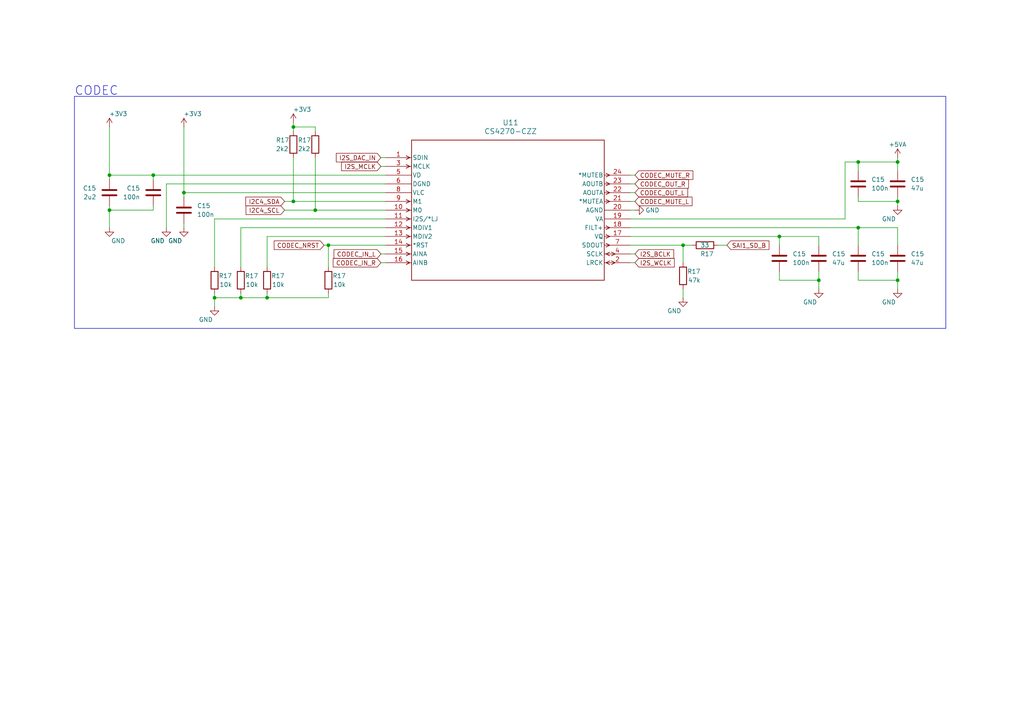
<source format=kicad_sch>
(kicad_sch (version 20230121) (generator eeschema)
  (paper "A4")
  (lib_symbols
    (symbol "Device:C" (pin_numbers hide) (pin_names (offset 0.254))
      (property "Reference" "C" (at 0.635 2.54 0))
      (property "Value" "C" (at 0.635 -2.54 0))
      (symbol "C_0_1"
        (polyline (pts (xy -2.032 -0.762) (xy 2.032 -0.762)) (stroke (width 0.508)))
        (polyline (pts (xy -2.032 0.762) (xy 2.032 0.762)) (stroke (width 0.508)))
      )
      (symbol "C_1_1"
        (pin passive line (at 0 3.81 270) (length 2.794) (name "~") (number "1"))
        (pin passive line (at 0 -3.81 90) (length 2.794) (name "~") (number "2"))
      )
    )
    (symbol "Device:R" (pin_numbers hide) (pin_names (offset 0))
      (property "Reference" "R" (at 2.032 0 90))
      (property "Value" "R" (at 0 0 90))
      (symbol "R_0_1"
        (rectangle (start -1.016 -2.54) (end 1.016 2.54) (stroke (width 0.254)))
      )
      (symbol "R_1_1"
        (pin passive line (at 0 3.81 270) (length 1.27) (name "~") (number "1"))
        (pin passive line (at 0 -3.81 90) (length 1.27) (name "~") (number "2"))
      )
    )
    (symbol "codec-cs4270:CS4270-CZZ" (pin_names (offset 0.254))
      (property "Reference" "U" (at 35.56 10.16 0))
      (property "Value" "CS4270-CZZ" (at 35.56 7.62 0))
      (symbol "CS4270-CZZ_0_1"
        (polyline (pts (xy 7.0993 -30.48) (xy 6.0579 -31.0007)) (stroke (width 0.2032)))
        (polyline (pts (xy 7.0993 -30.48) (xy 6.0579 -29.9593)) (stroke (width 0.2032)))
        (polyline (pts (xy 7.0993 -27.94) (xy 6.0579 -28.4607)) (stroke (width 0.2032)))
        (polyline (pts (xy 7.0993 -27.94) (xy 6.0579 -27.4193)) (stroke (width 0.2032)))
        (polyline (pts (xy 7.0993 -25.4) (xy 6.0579 -25.9207)) (stroke (width 0.2032)))
        (polyline (pts (xy 7.0993 -25.4) (xy 6.0579 -24.8793)) (stroke (width 0.2032)))
        (polyline (pts (xy 7.0993 -22.86) (xy 6.0579 -23.3807)) (stroke (width 0.2032)))
        (polyline (pts (xy 7.0993 -22.86) (xy 6.0579 -22.3393)) (stroke (width 0.2032)))
        (polyline (pts (xy 7.0993 -20.32) (xy 6.0579 -20.8407)) (stroke (width 0.2032)))
        (polyline (pts (xy 7.0993 -20.32) (xy 6.0579 -19.7993)) (stroke (width 0.2032)))
        (polyline (pts (xy 7.0993 -17.78) (xy 6.0579 -18.3007)) (stroke (width 0.2032)))
        (polyline (pts (xy 7.0993 -17.78) (xy 6.0579 -17.2593)) (stroke (width 0.2032)))
        (polyline (pts (xy 7.0993 -15.24) (xy 6.0579 -15.7607)) (stroke (width 0.2032)))
        (polyline (pts (xy 7.0993 -15.24) (xy 6.0579 -14.7193)) (stroke (width 0.2032)))
        (polyline (pts (xy 7.0993 -12.7) (xy 6.0579 -13.2207)) (stroke (width 0.2032)))
        (polyline (pts (xy 7.0993 -12.7) (xy 6.0579 -12.1793)) (stroke (width 0.2032)))
        (polyline (pts (xy 7.0993 -2.54) (xy 6.0579 -3.0607)) (stroke (width 0.2032)))
        (polyline (pts (xy 7.0993 -2.54) (xy 6.0579 -2.0193)) (stroke (width 0.2032)))
        (polyline (pts (xy 7.0993 0) (xy 6.0579 -0.5207)) (stroke (width 0.2032)))
        (polyline (pts (xy 7.0993 0) (xy 6.0579 0.5207)) (stroke (width 0.2032)))
        (polyline (pts (xy 7.62 -35.56) (xy 63.5 -35.56)) (stroke (width 0.2032)))
        (polyline (pts (xy 7.62 5.08) (xy 7.62 -35.56)) (stroke (width 0.2032)))
        (polyline (pts (xy 63.5 -35.56) (xy 63.5 5.08)) (stroke (width 0.2032)))
        (polyline (pts (xy 63.5 5.08) (xy 7.62 5.08)) (stroke (width 0.2032)))
        (polyline (pts (xy 64.0207 -30.48) (xy 65.0621 -31.0007)) (stroke (width 0.2032)))
        (polyline (pts (xy 64.0207 -30.48) (xy 65.0621 -29.9593)) (stroke (width 0.2032)))
        (polyline (pts (xy 64.0207 -27.94) (xy 65.0621 -28.4607)) (stroke (width 0.2032)))
        (polyline (pts (xy 64.0207 -27.94) (xy 65.0621 -27.4193)) (stroke (width 0.2032)))
        (polyline (pts (xy 64.0207 -25.9207) (xy 65.0621 -25.4)) (stroke (width 0.2032)))
        (polyline (pts (xy 64.0207 -24.8793) (xy 65.0621 -25.4)) (stroke (width 0.2032)))
        (polyline (pts (xy 64.0207 -23.3807) (xy 65.0621 -22.86)) (stroke (width 0.2032)))
        (polyline (pts (xy 64.0207 -22.3393) (xy 65.0621 -22.86)) (stroke (width 0.2032)))
        (polyline (pts (xy 64.0207 -20.8407) (xy 65.0621 -20.32)) (stroke (width 0.2032)))
        (polyline (pts (xy 64.0207 -19.7993) (xy 65.0621 -20.32)) (stroke (width 0.2032)))
        (polyline (pts (xy 64.0207 -13.2207) (xy 65.0621 -12.7)) (stroke (width 0.2032)))
        (polyline (pts (xy 64.0207 -12.1793) (xy 65.0621 -12.7)) (stroke (width 0.2032)))
        (polyline (pts (xy 64.0207 -10.6807) (xy 65.0621 -10.16)) (stroke (width 0.2032)))
        (polyline (pts (xy 64.0207 -9.6393) (xy 65.0621 -10.16)) (stroke (width 0.2032)))
        (polyline (pts (xy 64.0207 -8.1407) (xy 65.0621 -7.62)) (stroke (width 0.2032)))
        (polyline (pts (xy 64.0207 -7.0993) (xy 65.0621 -7.62)) (stroke (width 0.2032)))
        (polyline (pts (xy 64.0207 -5.6007) (xy 65.0621 -5.08)) (stroke (width 0.2032)))
        (polyline (pts (xy 64.0207 -4.5593) (xy 65.0621 -5.08)) (stroke (width 0.2032)))
        (polyline (pts (xy 65.5828 -31.0007) (xy 66.6242 -30.48)) (stroke (width 0.2032)))
        (polyline (pts (xy 65.5828 -29.9593) (xy 66.6242 -30.48)) (stroke (width 0.2032)))
        (polyline (pts (xy 65.5828 -28.4607) (xy 66.6242 -27.94)) (stroke (width 0.2032)))
        (polyline (pts (xy 65.5828 -27.4193) (xy 66.6242 -27.94)) (stroke (width 0.2032)))
        (pin input line (at 0 0 0) (length 7.62) (name "SDIN") (number "1"))
        (pin input line (at 0 -15.24 0) (length 7.62) (name "M0") (number "10"))
        (pin input line (at 0 -17.78 0) (length 7.62) (name "I2S/*LJ") (number "11"))
        (pin input line (at 0 -20.32 0) (length 7.62) (name "MDIV1") (number "12"))
        (pin input line (at 0 -22.86 0) (length 7.62) (name "MDIV2") (number "13"))
        (pin input line (at 0 -25.4 0) (length 7.62) (name "*RST") (number "14"))
        (pin input line (at 0 -27.94 0) (length 7.62) (name "AINA") (number "15"))
        (pin input line (at 0 -30.48 0) (length 7.62) (name "AINB") (number "16"))
        (pin output line (at 71.12 -22.86 180) (length 7.62) (name "VQ") (number "17"))
        (pin output line (at 71.12 -20.32 180) (length 7.62) (name "FILT+") (number "18"))
        (pin power_in line (at 71.12 -17.78 180) (length 7.62) (name "VA") (number "19"))
        (pin bidirectional line (at 71.12 -30.48 180) (length 7.62) (name "LRCK") (number "2"))
        (pin power_in line (at 71.12 -15.24 180) (length 7.62) (name "AGND") (number "20"))
        (pin output line (at 71.12 -12.7 180) (length 7.62) (name "*MUTEA") (number "21"))
        (pin output line (at 71.12 -10.16 180) (length 7.62) (name "AOUTA") (number "22"))
        (pin output line (at 71.12 -7.62 180) (length 7.62) (name "AOUTB") (number "23"))
        (pin output line (at 71.12 -5.08 180) (length 7.62) (name "*MUTEB") (number "24"))
        (pin input line (at 0 -2.54 0) (length 7.62) (name "MCLK") (number "3"))
        (pin bidirectional line (at 71.12 -27.94 180) (length 7.62) (name "SCLK") (number "4"))
        (pin power_in line (at 0 -5.08 0) (length 7.62) (name "VD") (number "5"))
        (pin power_in line (at 0 -7.62 0) (length 7.62) (name "DGND") (number "6"))
        (pin output line (at 71.12 -25.4 180) (length 7.62) (name "SDOUT") (number "7"))
        (pin power_in line (at 0 -10.16 0) (length 7.62) (name "VLC") (number "8"))
        (pin input line (at 0 -12.7 0) (length 7.62) (name "M1") (number "9"))
      )
    )
    (symbol "power:+3V3" (power) (pin_names (offset 0))
      (property "Value" "+3V3" (at 0 3.556 0))
      (symbol "+3V3_0_1"
        (polyline (pts (xy -0.762 1.27) (xy 0 2.54)))
        (polyline (pts (xy 0 0) (xy 0 2.54)))
        (polyline (pts (xy 0 2.54) (xy 0.762 1.27)))
      )
      (symbol "+3V3_1_1"
        (pin power_in line (at 0 0 90) (length 0) hide (name "+3V3") (number "1"))
      )
    )
    (symbol "power:+5VA" (power) (pin_names (offset 0))
      (property "Value" "+5VA" (at 0 3.556 0))
      (symbol "+5VA_0_1"
        (polyline (pts (xy -0.762 1.27) (xy 0 2.54)))
        (polyline (pts (xy 0 0) (xy 0 2.54)))
        (polyline (pts (xy 0 2.54) (xy 0.762 1.27)))
      )
      (symbol "+5VA_1_1"
        (pin power_in line (at 0 0 90) (length 0) hide (name "+5VA") (number "1"))
      )
    )
    (symbol "power:GND" (power) (pin_names (offset 0))
      (property "Value" "GND" (at 0 -3.81 0))
      (symbol "GND_0_1"
        (polyline (pts (xy 0 0) (xy 0 -1.27) (xy 1.27 -1.27) (xy 0 -2.54) (xy -1.27 -1.27) (xy 0 -1.27)))
      )
      (symbol "GND_1_1"
        (pin power_in line (at 0 0 270) (length 0) hide (name "GND") (number "1"))
      )
    )
  )
  (junction (at 198.12 71.12))
  (junction (at 31.75 60.96))
  (junction (at 260.35 58.42))
  (junction (at 85.09 58.42))
  (junction (at 53.34 55.88))
  (junction (at 95.25 71.12))
  (junction (at 77.47 86.36))
  (junction (at 248.92 66.04))
  (junction (at 260.35 81.28))
  (junction (at 91.44 60.96))
  (junction (at 226.06 68.58))
  (junction (at 85.09 36.83))
  (junction (at 31.75 50.8))
  (junction (at 237.49 81.28))
  (junction (at 69.85 86.36))
  (junction (at 260.35 46.99))
  (junction (at 248.92 46.99))
  (junction (at 44.45 50.8))
  (junction (at 62.23 86.36))
  (wire (pts (xy 85.09 58.42) (xy 111.76 58.42)))
  (wire (pts (xy 48.26 53.34) (xy 48.26 66.04)))
  (wire (pts (xy 69.85 86.36) (xy 77.47 86.36)))
  (wire (pts (xy 62.23 63.5) (xy 62.23 77.47)))
  (wire (pts (xy 69.85 85.09) (xy 69.85 86.36)))
  (wire (pts (xy 31.75 36.83) (xy 31.75 50.8)))
  (wire (pts (xy 85.09 36.83) (xy 85.09 38.1)))
  (wire (pts (xy 210.82 71.12) (xy 208.28 71.12)))
  (wire (pts (xy 248.92 81.28) (xy 260.35 81.28)))
  (wire (pts (xy 184.15 58.42) (xy 182.88 58.42)))
  (wire (pts (xy 44.45 50.8) (xy 44.45 52.07)))
  (wire (pts (xy 248.92 58.42) (xy 260.35 58.42)))
  (wire (pts (xy 260.35 58.42) (xy 260.35 59.69)))
  (wire (pts (xy 95.25 85.09) (xy 95.25 86.36)))
  (wire (pts (xy 110.49 76.2) (xy 111.76 76.2)))
  (wire (pts (xy 62.23 85.09) (xy 62.23 86.36)))
  (wire (pts (xy 31.75 59.69) (xy 31.75 60.96)))
  (wire (pts (xy 248.92 57.15) (xy 248.92 58.42)))
  (wire (pts (xy 248.92 46.99) (xy 248.92 49.53)))
  (wire (pts (xy 260.35 45.72) (xy 260.35 46.99)))
  (wire (pts (xy 245.11 63.5) (xy 245.11 46.99)))
  (wire (pts (xy 62.23 86.36) (xy 62.23 88.9)))
  (wire (pts (xy 198.12 71.12) (xy 198.12 76.2)))
  (wire (pts (xy 111.76 50.8) (xy 44.45 50.8)))
  (wire (pts (xy 111.76 53.34) (xy 48.26 53.34)))
  (wire (pts (xy 93.98 71.12) (xy 95.25 71.12)))
  (wire (pts (xy 198.12 83.82) (xy 198.12 86.36)))
  (wire (pts (xy 184.15 76.2) (xy 182.88 76.2)))
  (wire (pts (xy 44.45 50.8) (xy 31.75 50.8)))
  (wire (pts (xy 53.34 55.88) (xy 53.34 57.15)))
  (wire (pts (xy 85.09 45.72) (xy 85.09 58.42)))
  (wire (pts (xy 248.92 66.04) (xy 248.92 71.12)))
  (wire (pts (xy 245.11 46.99) (xy 248.92 46.99)))
  (wire (pts (xy 248.92 78.74) (xy 248.92 81.28)))
  (wire (pts (xy 226.06 68.58) (xy 237.49 68.58)))
  (wire (pts (xy 237.49 68.58) (xy 237.49 71.12)))
  (wire (pts (xy 82.55 58.42) (xy 85.09 58.42)))
  (wire (pts (xy 260.35 57.15) (xy 260.35 58.42)))
  (wire (pts (xy 184.15 50.8) (xy 182.88 50.8)))
  (wire (pts (xy 237.49 81.28) (xy 237.49 83.82)))
  (wire (pts (xy 31.75 60.96) (xy 44.45 60.96)))
  (wire (pts (xy 182.88 63.5) (xy 245.11 63.5)))
  (wire (pts (xy 111.76 68.58) (xy 77.47 68.58)))
  (wire (pts (xy 226.06 68.58) (xy 226.06 71.12)))
  (wire (pts (xy 184.15 55.88) (xy 182.88 55.88)))
  (wire (pts (xy 77.47 85.09) (xy 77.47 86.36)))
  (wire (pts (xy 44.45 59.69) (xy 44.45 60.96)))
  (wire (pts (xy 62.23 86.36) (xy 69.85 86.36)))
  (wire (pts (xy 53.34 36.83) (xy 53.34 55.88)))
  (wire (pts (xy 69.85 66.04) (xy 69.85 77.47)))
  (wire (pts (xy 110.49 48.26) (xy 111.76 48.26)))
  (wire (pts (xy 237.49 78.74) (xy 237.49 81.28)))
  (wire (pts (xy 184.15 73.66) (xy 182.88 73.66)))
  (wire (pts (xy 91.44 38.1) (xy 91.44 36.83)))
  (wire (pts (xy 53.34 55.88) (xy 111.76 55.88)))
  (wire (pts (xy 260.35 81.28) (xy 260.35 83.82)))
  (wire (pts (xy 248.92 66.04) (xy 260.35 66.04)))
  (wire (pts (xy 91.44 60.96) (xy 111.76 60.96)))
  (wire (pts (xy 260.35 46.99) (xy 260.35 49.53)))
  (wire (pts (xy 248.92 46.99) (xy 260.35 46.99)))
  (wire (pts (xy 111.76 66.04) (xy 69.85 66.04)))
  (wire (pts (xy 91.44 45.72) (xy 91.44 60.96)))
  (wire (pts (xy 198.12 71.12) (xy 182.88 71.12)))
  (wire (pts (xy 200.66 71.12) (xy 198.12 71.12)))
  (wire (pts (xy 77.47 86.36) (xy 95.25 86.36)))
  (wire (pts (xy 182.88 68.58) (xy 226.06 68.58)))
  (wire (pts (xy 110.49 45.72) (xy 111.76 45.72)))
  (wire (pts (xy 53.34 64.77) (xy 53.34 66.04)))
  (wire (pts (xy 182.88 66.04) (xy 248.92 66.04)))
  (wire (pts (xy 85.09 36.83) (xy 91.44 36.83)))
  (wire (pts (xy 111.76 63.5) (xy 62.23 63.5)))
  (wire (pts (xy 111.76 71.12) (xy 95.25 71.12)))
  (wire (pts (xy 110.49 73.66) (xy 111.76 73.66)))
  (wire (pts (xy 95.25 71.12) (xy 95.25 77.47)))
  (wire (pts (xy 184.15 53.34) (xy 182.88 53.34)))
  (wire (pts (xy 226.06 78.74) (xy 226.06 81.28)))
  (wire (pts (xy 82.55 60.96) (xy 91.44 60.96)))
  (wire (pts (xy 31.75 50.8) (xy 31.75 52.07)))
  (wire (pts (xy 184.15 60.96) (xy 182.88 60.96)))
  (wire (pts (xy 260.35 78.74) (xy 260.35 81.28)))
  (wire (pts (xy 260.35 66.04) (xy 260.35 71.12)))
  (wire (pts (xy 85.09 35.56) (xy 85.09 36.83)))
  (wire (pts (xy 31.75 60.96) (xy 31.75 66.04)))
  (wire (pts (xy 226.06 81.28) (xy 237.49 81.28)))
  (wire (pts (xy 77.47 68.58) (xy 77.47 77.47)))
  (rectangle (start 21.59 27.94) (end 274.32 95.25))
  (text "CODEC" (at 21.59 27.94 0) (effects (font (size 2.54 2.54)) (justify left bottom)))
  (global_label "I2C4_SDA" (shape input) (at 82.55 58.42 180) (property "Intersheetrefs" "${INTERSHEET_REFS}" (effects hide)))
  (global_label "I2C4_SCL" (shape input) (at 82.55 60.96 180) (property "Intersheetrefs" "${INTERSHEET_REFS}" (effects hide)))
  (global_label "SAI1_SD_B" (shape input) (at 210.82 71.12 0) (property "Intersheetrefs" "${INTERSHEET_REFS}" (effects hide)))
  (global_label "I2S_BCLK" (shape input) (at 184.15 73.66 0) (property "Intersheetrefs" "${INTERSHEET_REFS}" (effects hide)))
  (global_label "CODEC_NRST" (shape input) (at 93.98 71.12 180) (property "Intersheetrefs" "${INTERSHEET_REFS}" (effects hide)))
  (global_label "I2S_MCLK" (shape input) (at 110.49 48.26 180) (property "Intersheetrefs" "${INTERSHEET_REFS}" (effects hide)))
  (global_label "CODEC_IN_R" (shape input) (at 110.49 76.2 180) (property "Intersheetrefs" "${INTERSHEET_REFS}" (effects hide)))
  (global_label "I2S_DAC_IN" (shape input) (at 110.49 45.72 180) (property "Intersheetrefs" "${INTERSHEET_REFS}" (effects hide)))
  (global_label "CODEC_IN_L" (shape input) (at 110.49 73.66 180) (property "Intersheetrefs" "${INTERSHEET_REFS}" (effects hide)))
  (global_label "CODEC_MUTE_R" (shape input) (at 184.15 50.8 0) (property "Intersheetrefs" "${INTERSHEET_REFS}" (effects hide)))
  (global_label "CODEC_OUT_L" (shape input) (at 184.15 55.88 0) (property "Intersheetrefs" "${INTERSHEET_REFS}" (effects hide)))
  (global_label "CODEC_OUT_R" (shape input) (at 184.15 53.34 0) (property "Intersheetrefs" "${INTERSHEET_REFS}" (effects hide)))
  (global_label "CODEC_MUTE_L" (shape input) (at 184.15 58.42 0) (property "Intersheetrefs" "${INTERSHEET_REFS}" (effects hide)))
  (global_label "I2S_WCLK" (shape input) (at 184.15 76.2 0) (property "Intersheetrefs" "${INTERSHEET_REFS}" (effects hide)))
  (symbol (lib_id "power:+3V3") (at 85.09 35.56 0) (unit 1)
    (property "Reference" "#PWR08" (effects hide))
    (property "Value" "+3V3" (at 87.63 31.75 0))
    (instances (project "dsp-tb" (path "" (reference "#PWR08") (unit 1)) (path "" (reference "#PWR082") (unit 1))))
  )
  (symbol (lib_id "power:GND") (at 260.35 83.82 0) (unit 1)
    (property "Reference" "#PWR076" (effects hide))
    (property "Value" "GND" (at 257.81 87.63 0))
    (instances (project "dsp-tb" (path "" (reference "#PWR076") (unit 1)) (path "" (reference "#PWR086") (unit 1))))
  )
  (symbol (lib_id "power:GND") (at 198.12 86.36 0) (unit 1)
    (property "Reference" "#PWR076" (effects hide))
    (property "Value" "GND" (at 195.58 90.17 0))
    (instances (project "dsp-tb" (path "" (reference "#PWR076") (unit 1)) (path "" (reference "#PWR084") (unit 1))))
  )
  (symbol (lib_id "Device:R") (at 198.12 80.01 180) (unit 1)
    (property "Reference" "R17" (at 203.2 78.74 0) (effects (justify left)))
    (property "Value" "47k" (at 203.2 81.28 0) (effects (justify left)))
    (property "Footprint" "Resistor_SMD:R_0402_1005Metric" (effects hide))
    (instances (project "dsp-tb" (path "" (reference "R17") (unit 1)) (path "" (reference "R37") (unit 1)) (path "" (reference "R48") (unit 1))))
  )
  (symbol (lib_id "power:GND") (at 31.75 66.04 0) (unit 1)
    (property "Reference" "#PWR076" (effects hide))
    (property "Value" "GND" (at 34.29 69.85 0))
    (instances (project "dsp-tb" (path "" (reference "#PWR076") (unit 1)) (path "" (reference "#PWR078") (unit 1))))
  )
  (symbol (lib_id "Device:C") (at 53.34 60.96 0) (unit 1)
    (property "Reference" "C15" (at 57.15 59.69 0) (effects (justify left)))
    (property "Value" "100n" (at 57.15 62.23 0) (effects (justify left)))
    (property "Footprint" "Capacitor_SMD:C_0402_1005Metric" (effects hide))
    (instances (project "dsp-tb" (path "" (reference "C15") (unit 1)) (path "" (reference "C42") (unit 1)) (path "" (reference "C63") (unit 1)) (path "" (reference "C69") (unit 1))))
  )
  (symbol (lib_id "power:GND") (at 62.23 88.9 0) (unit 1)
    (property "Reference" "#PWR076" (effects hide))
    (property "Value" "GND" (at 59.69 92.71 0))
    (instances (project "dsp-tb" (path "" (reference "#PWR076") (unit 1)) (path "" (reference "#PWR083") (unit 1))))
  )
  (symbol (lib_id "Device:R") (at 69.85 81.28 180) (unit 1)
    (property "Reference" "R17" (at 74.93 80.01 0) (effects (justify left)))
    (property "Value" "10k" (at 74.93 82.55 0) (effects (justify left)))
    (property "Footprint" "Resistor_SMD:R_0402_1005Metric" (effects hide))
    (instances (project "dsp-tb" (path "" (reference "R17") (unit 1)) (path "" (reference "R37") (unit 1)) (path "" (reference "R45") (unit 1))))
  )
  (symbol (lib_id "Device:R") (at 204.47 71.12 90) (unit 1)
    (property "Reference" "R17" (at 207.01 73.66 90) (effects (justify left)))
    (property "Value" "33" (at 205.74 71.12 90) (effects (justify left)))
    (property "Footprint" "Resistor_SMD:R_0402_1005Metric" (effects hide))
    (instances (project "dsp-tb" (path "" (reference "R17") (unit 1)) (path "" (reference "R37") (unit 1)) (path "" (reference "R41") (unit 1))))
  )
  (symbol (lib_id "power:+5VA") (at 260.35 45.72 0) (unit 1)
    (property "Reference" "#PWR020" (effects hide))
    (property "Value" "+5VA" (at 260.35 41.91 0))
    (instances (project "dsp-tb" (path "" (reference "#PWR020") (unit 1)) (path "" (reference "#PWR088") (unit 1))))
  )
  (symbol (lib_id "Device:C") (at 44.45 55.88 0) (mirror y) (unit 1)
    (property "Reference" "C15" (at 40.64 54.61 0) (effects (justify left)))
    (property "Value" "100n" (at 40.64 57.15 0) (effects (justify left)))
    (property "Footprint" "Capacitor_SMD:C_0402_1005Metric" (effects hide))
    (instances (project "dsp-tb" (path "" (reference "C15") (unit 1)) (path "" (reference "C42") (unit 1)) (path "" (reference "C63") (unit 1)) (path "" (reference "C67") (unit 1))))
  )
  (symbol (lib_id "Device:C") (at 260.35 53.34 0) (unit 1)
    (property "Reference" "C15" (at 264.16 52.07 0) (effects (justify left)))
    (property "Value" "47u" (at 264.16 54.61 0) (effects (justify left)))
    (property "Footprint" "Capacitor_SMD:C_0402_1005Metric" (effects hide))
    (instances (project "dsp-tb" (path "" (reference "C15") (unit 1)) (path "" (reference "C42") (unit 1)) (path "" (reference "C63") (unit 1)) (path "" (reference "C75") (unit 1))))
  )
  (symbol (lib_id "power:GND") (at 237.49 83.82 0) (unit 1)
    (property "Reference" "#PWR076" (effects hide))
    (property "Value" "GND" (at 234.95 87.63 0))
    (instances (project "dsp-tb" (path "" (reference "#PWR076") (unit 1)) (path "" (reference "#PWR085") (unit 1))))
  )
  (symbol (lib_id "Device:R") (at 91.44 41.91 0) (mirror x) (unit 1)
    (property "Reference" "R17" (at 86.36 40.64 0) (effects (justify left)))
    (property "Value" "2k2" (at 86.36 43.18 0) (effects (justify left)))
    (property "Footprint" "Resistor_SMD:R_0402_1005Metric" (effects hide))
    (instances (project "dsp-tb" (path "" (reference "R17") (unit 1)) (path "" (reference "R37") (unit 1)) (path "" (reference "R43") (unit 1))))
  )
  (symbol (lib_id "power:GND") (at 260.35 59.69 0) (unit 1)
    (property "Reference" "#PWR076" (effects hide))
    (property "Value" "GND" (at 257.81 63.5 0))
    (instances (project "dsp-tb" (path "" (reference "#PWR076") (unit 1)) (path "" (reference "#PWR087") (unit 1))))
  )
  (symbol (lib_id "Device:C") (at 31.75 55.88 0) (mirror y) (unit 1)
    (property "Reference" "C15" (at 27.94 54.61 0) (effects (justify left)))
    (property "Value" "2u2" (at 27.94 57.15 0) (effects (justify left)))
    (property "Footprint" "Capacitor_SMD:C_0402_1005Metric" (effects hide))
    (instances (project "dsp-tb" (path "" (reference "C15") (unit 1)) (path "" (reference "C42") (unit 1)) (path "" (reference "C63") (unit 1)) (path "" (reference "C68") (unit 1))))
  )
  (symbol (lib_id "Device:R") (at 77.47 81.28 180) (unit 1)
    (property "Reference" "R17" (at 82.55 80.01 0) (effects (justify left)))
    (property "Value" "10k" (at 82.55 82.55 0) (effects (justify left)))
    (property "Footprint" "Resistor_SMD:R_0402_1005Metric" (effects hide))
    (instances (project "dsp-tb" (path "" (reference "R17") (unit 1)) (path "" (reference "R37") (unit 1)) (path "" (reference "R46") (unit 1))))
  )
  (symbol (lib_id "power:GND") (at 184.15 60.96 90) (unit 1)
    (property "Reference" "#PWR076" (effects hide))
    (property "Value" "GND" (at 189.23 60.96 90))
    (instances (project "dsp-tb" (path "" (reference "#PWR076") (unit 1)) (path "" (reference "#PWR089") (unit 1))))
  )
  (symbol (lib_id "power:+3V3") (at 31.75 36.83 0) (unit 1)
    (property "Reference" "#PWR08" (effects hide))
    (property "Value" "+3V3" (at 34.29 33.02 0))
    (instances (project "dsp-tb" (path "" (reference "#PWR08") (unit 1)) (path "" (reference "#PWR077") (unit 1))))
  )
  (symbol (lib_id "power:GND") (at 48.26 66.04 0) (unit 1)
    (property "Reference" "#PWR076" (effects hide))
    (property "Value" "GND" (at 45.72 69.85 0))
    (instances (project "dsp-tb" (path "" (reference "#PWR076") (unit 1)) (path "" (reference "#PWR079") (unit 1))))
  )
  (symbol (lib_id "Device:C") (at 248.92 74.93 0) (unit 1)
    (property "Reference" "C15" (at 252.73 73.66 0) (effects (justify left)))
    (property "Value" "100n" (at 252.73 76.2 0) (effects (justify left)))
    (property "Footprint" "Capacitor_SMD:C_0402_1005Metric" (effects hide))
    (instances (project "dsp-tb" (path "" (reference "C15") (unit 1)) (path "" (reference "C42") (unit 1)) (path "" (reference "C63") (unit 1)) (path "" (reference "C73") (unit 1))))
  )
  (symbol (lib_id "Device:C") (at 260.35 74.93 0) (unit 1)
    (property "Reference" "C15" (at 264.16 73.66 0) (effects (justify left)))
    (property "Value" "47u" (at 264.16 76.2 0) (effects (justify left)))
    (property "Footprint" "Capacitor_SMD:C_0402_1005Metric" (effects hide))
    (instances (project "dsp-tb" (path "" (reference "C15") (unit 1)) (path "" (reference "C42") (unit 1)) (path "" (reference "C63") (unit 1)) (path "" (reference "C72") (unit 1))))
  )
  (symbol (lib_id "codec-cs4270:CS4270-CZZ") (at 111.76 45.72 0) (unit 1)
    (property "Reference" "U11" (at 148.101 35.56 0) (effects (font (size 1.524 1.524))))
    (property "Value" "CS4270-CZZ" (at 148.101 38.1 0) (effects (font (size 1.524 1.524))))
    (property "Footprint" "footprints:codec-cs4270" (effects hide))
    (property "Datasheet" "CS4270-CZZ" (effects hide))
    (instances (project "dsp-tb" (path "" (reference "U11") (unit 1)) (path "" (reference "U10") (unit 1))))
  )
  (symbol (lib_id "Device:C") (at 226.06 74.93 0) (unit 1)
    (property "Reference" "C15" (at 229.87 73.66 0) (effects (justify left)))
    (property "Value" "100n" (at 229.87 76.2 0) (effects (justify left)))
    (property "Footprint" "Capacitor_SMD:C_0402_1005Metric" (effects hide))
    (instances (project "dsp-tb" (path "" (reference "C15") (unit 1)) (path "" (reference "C42") (unit 1)) (path "" (reference "C63") (unit 1)) (path "" (reference "C70") (unit 1))))
  )
  (symbol (lib_id "Device:C") (at 237.49 74.93 0) (unit 1)
    (property "Reference" "C15" (at 241.3 73.66 0) (effects (justify left)))
    (property "Value" "47u" (at 241.3 76.2 0) (effects (justify left)))
    (property "Footprint" "Capacitor_SMD:C_0402_1005Metric" (effects hide))
    (instances (project "dsp-tb" (path "" (reference "C15") (unit 1)) (path "" (reference "C42") (unit 1)) (path "" (reference "C63") (unit 1)) (path "" (reference "C71") (unit 1))))
  )
  (symbol (lib_id "power:GND") (at 53.34 66.04 0) (unit 1)
    (property "Reference" "#PWR076" (effects hide))
    (property "Value" "GND" (at 50.8 69.85 0))
    (instances (project "dsp-tb" (path "" (reference "#PWR076") (unit 1)) (path "" (reference "#PWR081") (unit 1))))
  )
  (symbol (lib_id "Device:R") (at 62.23 81.28 180) (unit 1)
    (property "Reference" "R17" (at 67.31 80.01 0) (effects (justify left)))
    (property "Value" "10k" (at 67.31 82.55 0) (effects (justify left)))
    (property "Footprint" "Resistor_SMD:R_0402_1005Metric" (effects hide))
    (instances (project "dsp-tb" (path "" (reference "R17") (unit 1)) (path "" (reference "R37") (unit 1)) (path "" (reference "R44") (unit 1))))
  )
  (symbol (lib_id "Device:R") (at 85.09 41.91 0) (mirror x) (unit 1)
    (property "Reference" "R17" (at 80.01 40.64 0) (effects (justify left)))
    (property "Value" "2k2" (at 80.01 43.18 0) (effects (justify left)))
    (property "Footprint" "Resistor_SMD:R_0402_1005Metric" (effects hide))
    (instances (project "dsp-tb" (path "" (reference "R17") (unit 1)) (path "" (reference "R37") (unit 1)) (path "" (reference "R42") (unit 1))))
  )
  (symbol (lib_id "Device:C") (at 248.92 53.34 0) (unit 1)
    (property "Reference" "C15" (at 252.73 52.07 0) (effects (justify left)))
    (property "Value" "100n" (at 252.73 54.61 0) (effects (justify left)))
    (property "Footprint" "Capacitor_SMD:C_0402_1005Metric" (effects hide))
    (instances (project "dsp-tb" (path "" (reference "C15") (unit 1)) (path "" (reference "C42") (unit 1)) (path "" (reference "C63") (unit 1)) (path "" (reference "C74") (unit 1))))
  )
  (symbol (lib_id "power:+3V3") (at 53.34 36.83 0) (unit 1)
    (property "Reference" "#PWR08" (effects hide))
    (property "Value" "+3V3" (at 55.88 33.02 0))
    (instances (project "dsp-tb" (path "" (reference "#PWR08") (unit 1)) (path "" (reference "#PWR080") (unit 1))))
  )
  (symbol (lib_id "Device:R") (at 95.25 81.28 180) (unit 1)
    (property "Reference" "R17" (at 100.33 80.01 0) (effects (justify left)))
    (property "Value" "10k" (at 100.33 82.55 0) (effects (justify left)))
    (property "Footprint" "Resistor_SMD:R_0402_1005Metric" (effects hide))
    (instances (project "dsp-tb" (path "" (reference "R17") (unit 1)) (path "" (reference "R37") (unit 1)) (path "" (reference "R47") (unit 1))))
  )
)
</source>
